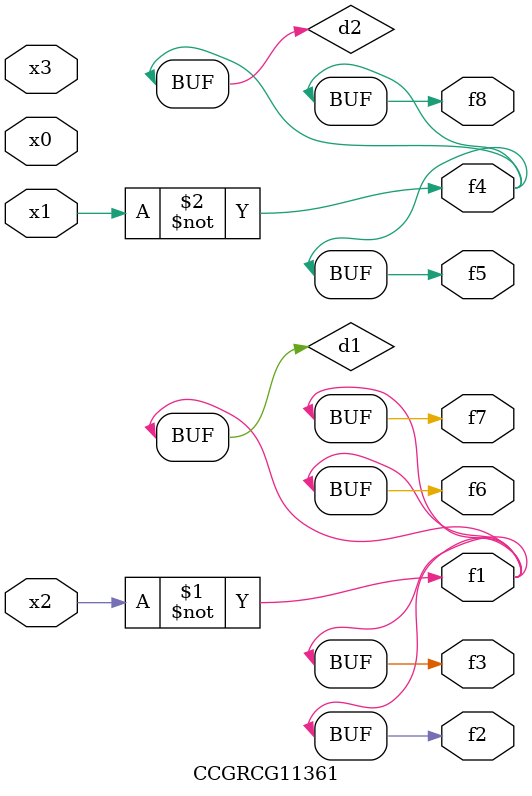
<source format=v>
module CCGRCG11361(
	input x0, x1, x2, x3,
	output f1, f2, f3, f4, f5, f6, f7, f8
);

	wire d1, d2;

	xnor (d1, x2);
	not (d2, x1);
	assign f1 = d1;
	assign f2 = d1;
	assign f3 = d1;
	assign f4 = d2;
	assign f5 = d2;
	assign f6 = d1;
	assign f7 = d1;
	assign f8 = d2;
endmodule

</source>
